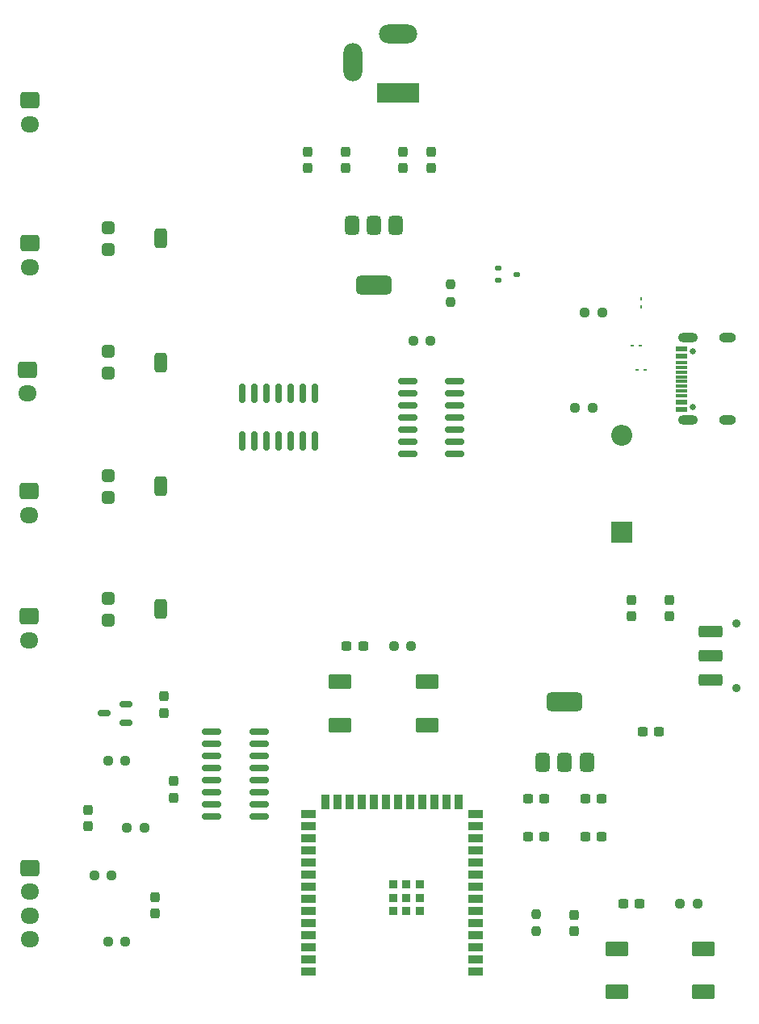
<source format=gbr>
%TF.GenerationSoftware,KiCad,Pcbnew,8.0.6*%
%TF.CreationDate,2024-11-14T02:25:25-08:00*%
%TF.ProjectId,project1,70726f6a-6563-4743-912e-6b696361645f,REV1*%
%TF.SameCoordinates,Original*%
%TF.FileFunction,Soldermask,Top*%
%TF.FilePolarity,Negative*%
%FSLAX46Y46*%
G04 Gerber Fmt 4.6, Leading zero omitted, Abs format (unit mm)*
G04 Created by KiCad (PCBNEW 8.0.6) date 2024-11-14 02:25:25*
%MOMM*%
%LPD*%
G01*
G04 APERTURE LIST*
G04 Aperture macros list*
%AMRoundRect*
0 Rectangle with rounded corners*
0 $1 Rounding radius*
0 $2 $3 $4 $5 $6 $7 $8 $9 X,Y pos of 4 corners*
0 Add a 4 corners polygon primitive as box body*
4,1,4,$2,$3,$4,$5,$6,$7,$8,$9,$2,$3,0*
0 Add four circle primitives for the rounded corners*
1,1,$1+$1,$2,$3*
1,1,$1+$1,$4,$5*
1,1,$1+$1,$6,$7*
1,1,$1+$1,$8,$9*
0 Add four rect primitives between the rounded corners*
20,1,$1+$1,$2,$3,$4,$5,0*
20,1,$1+$1,$4,$5,$6,$7,0*
20,1,$1+$1,$6,$7,$8,$9,0*
20,1,$1+$1,$8,$9,$2,$3,0*%
G04 Aperture macros list end*
%ADD10RoundRect,0.250000X-0.725000X0.600000X-0.725000X-0.600000X0.725000X-0.600000X0.725000X0.600000X0*%
%ADD11O,1.950000X1.700000*%
%ADD12RoundRect,0.375000X0.375000X-0.625000X0.375000X0.625000X-0.375000X0.625000X-0.375000X-0.625000X0*%
%ADD13RoundRect,0.500000X1.400000X-0.500000X1.400000X0.500000X-1.400000X0.500000X-1.400000X-0.500000X0*%
%ADD14RoundRect,0.375000X-0.375000X0.625000X-0.375000X-0.625000X0.375000X-0.625000X0.375000X0.625000X0*%
%ADD15RoundRect,0.500000X-1.400000X0.500000X-1.400000X-0.500000X1.400000X-0.500000X1.400000X0.500000X0*%
%ADD16RoundRect,0.150000X-0.825000X-0.150000X0.825000X-0.150000X0.825000X0.150000X-0.825000X0.150000X0*%
%ADD17RoundRect,0.237500X0.237500X-0.250000X0.237500X0.250000X-0.237500X0.250000X-0.237500X-0.250000X0*%
%ADD18RoundRect,0.237500X-0.250000X-0.237500X0.250000X-0.237500X0.250000X0.237500X-0.250000X0.237500X0*%
%ADD19RoundRect,0.237500X0.250000X0.237500X-0.250000X0.237500X-0.250000X-0.237500X0.250000X-0.237500X0*%
%ADD20RoundRect,0.237500X0.300000X0.237500X-0.300000X0.237500X-0.300000X-0.237500X0.300000X-0.237500X0*%
%ADD21RoundRect,0.237500X-0.300000X-0.237500X0.300000X-0.237500X0.300000X0.237500X-0.300000X0.237500X0*%
%ADD22RoundRect,0.237500X0.237500X-0.300000X0.237500X0.300000X-0.237500X0.300000X-0.237500X-0.300000X0*%
%ADD23RoundRect,0.237500X-0.237500X0.300000X-0.237500X-0.300000X0.237500X-0.300000X0.237500X0.300000X0*%
%ADD24RoundRect,0.102000X-1.050000X-0.700000X1.050000X-0.700000X1.050000X0.700000X-1.050000X0.700000X0*%
%ADD25RoundRect,0.250000X0.400000X-0.400000X0.400000X0.400000X-0.400000X0.400000X-0.400000X-0.400000X0*%
%ADD26RoundRect,0.250000X0.400000X-0.750000X0.400000X0.750000X-0.400000X0.750000X-0.400000X-0.750000X0*%
%ADD27C,0.650000*%
%ADD28R,1.240000X0.600000*%
%ADD29R,1.240000X0.300000*%
%ADD30O,2.100000X1.000000*%
%ADD31O,1.800000X1.000000*%
%ADD32RoundRect,0.150000X0.512500X0.150000X-0.512500X0.150000X-0.512500X-0.150000X0.512500X-0.150000X0*%
%ADD33R,1.500000X0.900000*%
%ADD34R,0.900000X1.500000*%
%ADD35R,0.900000X0.900000*%
%ADD36O,2.200000X2.200000*%
%ADD37R,2.200000X2.200000*%
%ADD38R,4.500000X2.000000*%
%ADD39O,4.000000X2.000000*%
%ADD40O,2.000000X4.000000*%
%ADD41RoundRect,0.250000X1.000000X-0.375000X1.000000X0.375000X-1.000000X0.375000X-1.000000X-0.375000X0*%
%ADD42C,0.900000*%
%ADD43RoundRect,0.062500X-0.062500X0.117500X-0.062500X-0.117500X0.062500X-0.117500X0.062500X0.117500X0*%
%ADD44RoundRect,0.112500X-0.237500X0.112500X-0.237500X-0.112500X0.237500X-0.112500X0.237500X0.112500X0*%
%ADD45RoundRect,0.150000X-0.150000X0.825000X-0.150000X-0.825000X0.150000X-0.825000X0.150000X0.825000X0*%
%ADD46RoundRect,0.062500X-0.117500X-0.062500X0.117500X-0.062500X0.117500X0.062500X-0.117500X0.062500X0*%
%ADD47RoundRect,0.150000X-0.850000X-0.150000X0.850000X-0.150000X0.850000X0.150000X-0.850000X0.150000X0*%
G04 APERTURE END LIST*
D10*
%TO.C,J5*%
X49800000Y-101750000D03*
D11*
X49800000Y-104250000D03*
%TD*%
D12*
%TO.C,U6*%
X103700000Y-130150000D03*
X106000000Y-130150000D03*
D13*
X106000000Y-123850000D03*
D12*
X108300000Y-130150000D03*
%TD*%
D14*
%TO.C,U3*%
X88300000Y-73850000D03*
X86000000Y-73850000D03*
D15*
X86000000Y-80150000D03*
D14*
X83700000Y-73850000D03*
%TD*%
D16*
%TO.C,U2*%
X94475000Y-90190000D03*
X94475000Y-91460000D03*
X94475000Y-92730000D03*
X94475000Y-94000000D03*
X94475000Y-95270000D03*
X94475000Y-96540000D03*
X94475000Y-97810000D03*
X89525000Y-97810000D03*
X89525000Y-96540000D03*
X89525000Y-95270000D03*
X89525000Y-94000000D03*
X89525000Y-92730000D03*
X89525000Y-91460000D03*
X89525000Y-90190000D03*
%TD*%
D17*
%TO.C,R15*%
X103000000Y-147912500D03*
X103000000Y-146087500D03*
%TD*%
D18*
%TO.C,R14*%
X118087500Y-145000000D03*
X119912500Y-145000000D03*
%TD*%
%TO.C,R13*%
X88087500Y-118000000D03*
X89912500Y-118000000D03*
%TD*%
%TO.C,R12*%
X108912500Y-93000000D03*
X107087500Y-93000000D03*
%TD*%
D19*
%TO.C,R7*%
X59912500Y-149000000D03*
X58087500Y-149000000D03*
%TD*%
%TO.C,R6*%
X58500000Y-142000000D03*
X56675000Y-142000000D03*
%TD*%
D18*
%TO.C,R5*%
X60087500Y-137000000D03*
X61912500Y-137000000D03*
%TD*%
D19*
%TO.C,R4*%
X59912500Y-130000000D03*
X58087500Y-130000000D03*
%TD*%
D17*
%TO.C,R3*%
X94000000Y-81912500D03*
X94000000Y-80087500D03*
%TD*%
D18*
%TO.C,R2*%
X109912500Y-83000000D03*
X108087500Y-83000000D03*
%TD*%
%TO.C,R1*%
X90087500Y-86000000D03*
X91912500Y-86000000D03*
%TD*%
D10*
%TO.C,J6*%
X49800000Y-114850000D03*
D11*
X49800000Y-117350000D03*
%TD*%
D10*
%TO.C,J2*%
X49900000Y-141250000D03*
D11*
X49900000Y-143750000D03*
X49900000Y-146250000D03*
X49900000Y-148750000D03*
%TD*%
D20*
%TO.C,C18*%
X103862500Y-138000000D03*
X102137500Y-138000000D03*
%TD*%
%TO.C,C17*%
X103862500Y-134000000D03*
X102137500Y-134000000D03*
%TD*%
D21*
%TO.C,C16*%
X108137500Y-134000000D03*
X109862500Y-134000000D03*
%TD*%
%TO.C,C15*%
X108137500Y-138000000D03*
X109862500Y-138000000D03*
%TD*%
D22*
%TO.C,C14*%
X117000000Y-114862500D03*
X117000000Y-113137500D03*
%TD*%
%TO.C,C13*%
X113000000Y-114862500D03*
X113000000Y-113137500D03*
%TD*%
%TO.C,C12*%
X107000000Y-147862500D03*
X107000000Y-146137500D03*
%TD*%
D21*
%TO.C,C11*%
X112137500Y-145000000D03*
X113862500Y-145000000D03*
%TD*%
%TO.C,C10*%
X83137500Y-118000000D03*
X84862500Y-118000000D03*
%TD*%
%TO.C,C9*%
X115862500Y-127000000D03*
X114137500Y-127000000D03*
%TD*%
D22*
%TO.C,C8*%
X92000000Y-67862500D03*
X92000000Y-66137500D03*
%TD*%
%TO.C,C7*%
X89000000Y-67862500D03*
X89000000Y-66137500D03*
%TD*%
%TO.C,C6*%
X83000000Y-67862500D03*
X83000000Y-66137500D03*
%TD*%
%TO.C,C5*%
X79000000Y-67862500D03*
X79000000Y-66137500D03*
%TD*%
%TO.C,C4*%
X63000000Y-146000000D03*
X63000000Y-144275000D03*
%TD*%
%TO.C,C3*%
X65000000Y-133862500D03*
X65000000Y-132137500D03*
%TD*%
%TO.C,C2*%
X56000000Y-136862500D03*
X56000000Y-135137500D03*
%TD*%
D23*
%TO.C,C1*%
X64000000Y-123275000D03*
X64000000Y-125000000D03*
%TD*%
D24*
%TO.C,S2*%
X111450000Y-149750000D03*
X111450000Y-154250000D03*
X120550000Y-149750000D03*
X120550000Y-154250000D03*
%TD*%
D25*
%TO.C,RV1*%
X58150000Y-76400000D03*
D26*
X63650000Y-75250000D03*
D25*
X58150000Y-74100000D03*
%TD*%
D27*
%TO.C,J8*%
X119395000Y-92890000D03*
X119395000Y-87110000D03*
D28*
X118275000Y-93200000D03*
X118275000Y-92400000D03*
D29*
X118275000Y-91250000D03*
X118275000Y-90250000D03*
X118275000Y-89750000D03*
X118275000Y-88750000D03*
D28*
X118275000Y-87600000D03*
X118275000Y-86800000D03*
X118275000Y-86800000D03*
X118275000Y-87600000D03*
D29*
X118275000Y-88250000D03*
X118275000Y-89250000D03*
X118275000Y-90750000D03*
X118275000Y-91750000D03*
D28*
X118275000Y-92400000D03*
X118275000Y-93200000D03*
D30*
X118875000Y-94320000D03*
D31*
X123075000Y-94320000D03*
D30*
X118875000Y-85680000D03*
D31*
X123075000Y-85680000D03*
%TD*%
D25*
%TO.C,RV4*%
X58150000Y-115250000D03*
D26*
X63650000Y-114100000D03*
D25*
X58150000Y-112950000D03*
%TD*%
D32*
%TO.C,Q2*%
X60000000Y-126000000D03*
X60000000Y-124100000D03*
X57725000Y-125050000D03*
%TD*%
D10*
%TO.C,J4*%
X49650000Y-89000000D03*
D11*
X49650000Y-91500000D03*
%TD*%
D10*
%TO.C,J3*%
X49900000Y-75750000D03*
D11*
X49900000Y-78250000D03*
%TD*%
D33*
%TO.C,U5*%
X96650000Y-152115000D03*
X96650000Y-150845000D03*
X96650000Y-149575000D03*
X96650000Y-148305000D03*
X96650000Y-147035000D03*
X96650000Y-145765000D03*
X96650000Y-144495000D03*
X96650000Y-143225000D03*
X96650000Y-141955000D03*
X96650000Y-140685000D03*
X96650000Y-139415000D03*
X96650000Y-138145000D03*
X96650000Y-136875000D03*
X96650000Y-135605000D03*
D34*
X94885000Y-134355000D03*
X93615000Y-134355000D03*
X92345000Y-134355000D03*
X91075000Y-134355000D03*
X89805000Y-134355000D03*
X88535000Y-134355000D03*
X87265000Y-134355000D03*
X85995000Y-134355000D03*
X84725000Y-134355000D03*
X83455000Y-134355000D03*
X82185000Y-134355000D03*
X80915000Y-134355000D03*
D33*
X79150000Y-135605000D03*
X79150000Y-136875000D03*
X79150000Y-138145000D03*
X79150000Y-139415000D03*
X79150000Y-140685000D03*
X79150000Y-141955000D03*
X79150000Y-143225000D03*
X79150000Y-144495000D03*
X79150000Y-145765000D03*
X79150000Y-147035000D03*
X79150000Y-148305000D03*
X79150000Y-149575000D03*
X79150000Y-150845000D03*
X79150000Y-152115000D03*
D35*
X90800000Y-145795000D03*
X90800000Y-144395000D03*
X90800000Y-142995000D03*
X90800000Y-142995000D03*
X89400000Y-145795000D03*
X89400000Y-145795000D03*
X89400000Y-144395000D03*
X89400000Y-142995000D03*
X88000000Y-145795000D03*
X88000000Y-144395000D03*
X88000000Y-142995000D03*
%TD*%
D36*
%TO.C,D1*%
X112000000Y-95920000D03*
D37*
X112000000Y-106080000D03*
%TD*%
D38*
%TO.C,J1*%
X88500000Y-60000000D03*
D39*
X88500000Y-53800000D03*
D40*
X83800000Y-56800000D03*
%TD*%
D25*
%TO.C,RV2*%
X58150000Y-89400000D03*
D26*
X63650000Y-88250000D03*
D25*
X58150000Y-87100000D03*
%TD*%
D41*
%TO.C,SW1*%
X121250000Y-116500000D03*
X121250000Y-119000000D03*
X121250000Y-121500000D03*
D42*
X124000000Y-115600000D03*
X124000000Y-122400000D03*
%TD*%
D43*
%TO.C,D2*%
X114000000Y-81580000D03*
X114000000Y-82420000D03*
%TD*%
D10*
%TO.C,J7*%
X49900000Y-60750000D03*
D11*
X49900000Y-63250000D03*
%TD*%
D44*
%TO.C,Q1*%
X99000000Y-78350000D03*
X99000000Y-79650000D03*
X101000000Y-79000000D03*
%TD*%
D45*
%TO.C,U4*%
X79810000Y-91525000D03*
X78540000Y-91525000D03*
X77270000Y-91525000D03*
X76000000Y-91525000D03*
X74730000Y-91525000D03*
X73460000Y-91525000D03*
X72190000Y-91525000D03*
X72190000Y-96475000D03*
X73460000Y-96475000D03*
X74730000Y-96475000D03*
X76000000Y-96475000D03*
X77270000Y-96475000D03*
X78540000Y-96475000D03*
X79810000Y-96475000D03*
%TD*%
D46*
%TO.C,D4*%
X113580000Y-89000000D03*
X114420000Y-89000000D03*
%TD*%
D47*
%TO.C,U1*%
X69000000Y-126920000D03*
X69000000Y-128190000D03*
X69000000Y-129460000D03*
X69000000Y-130730000D03*
X69000000Y-132000000D03*
X69000000Y-133270000D03*
X69000000Y-134540000D03*
X69000000Y-135810000D03*
X74000000Y-135810000D03*
X74000000Y-134540000D03*
X74000000Y-133270000D03*
X74000000Y-132000000D03*
X74000000Y-130730000D03*
X74000000Y-129460000D03*
X74000000Y-128190000D03*
X74000000Y-126920000D03*
%TD*%
D24*
%TO.C,S1*%
X82450000Y-121750000D03*
X82450000Y-126250000D03*
X91550000Y-121750000D03*
X91550000Y-126250000D03*
%TD*%
D25*
%TO.C,RV3*%
X58150000Y-102400000D03*
D26*
X63650000Y-101250000D03*
D25*
X58150000Y-100100000D03*
%TD*%
D46*
%TO.C,D3*%
X113080000Y-86500000D03*
X113920000Y-86500000D03*
%TD*%
M02*

</source>
